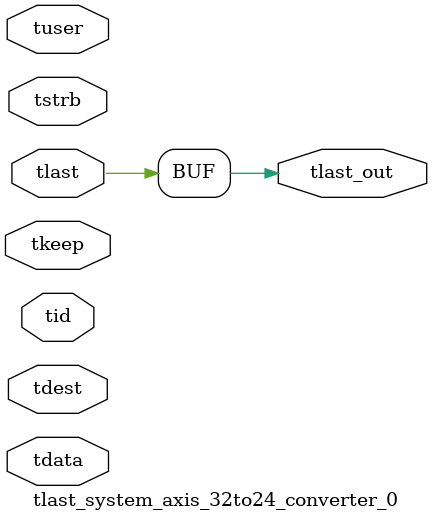
<source format=v>


`timescale 1ps/1ps

module tlast_system_axis_32to24_converter_0 #
(
parameter C_S_AXIS_TID_WIDTH   = 1,
parameter C_S_AXIS_TUSER_WIDTH = 0,
parameter C_S_AXIS_TDATA_WIDTH = 0,
parameter C_S_AXIS_TDEST_WIDTH = 0
)
(
input  [(C_S_AXIS_TID_WIDTH   == 0 ? 1 : C_S_AXIS_TID_WIDTH)-1:0       ] tid,
input  [(C_S_AXIS_TDATA_WIDTH == 0 ? 1 : C_S_AXIS_TDATA_WIDTH)-1:0     ] tdata,
input  [(C_S_AXIS_TUSER_WIDTH == 0 ? 1 : C_S_AXIS_TUSER_WIDTH)-1:0     ] tuser,
input  [(C_S_AXIS_TDEST_WIDTH == 0 ? 1 : C_S_AXIS_TDEST_WIDTH)-1:0     ] tdest,
input  [(C_S_AXIS_TDATA_WIDTH/8)-1:0 ] tkeep,
input  [(C_S_AXIS_TDATA_WIDTH/8)-1:0 ] tstrb,
input  [0:0]                                                             tlast,
output                                                                   tlast_out
);

assign tlast_out = {tlast};

endmodule


</source>
